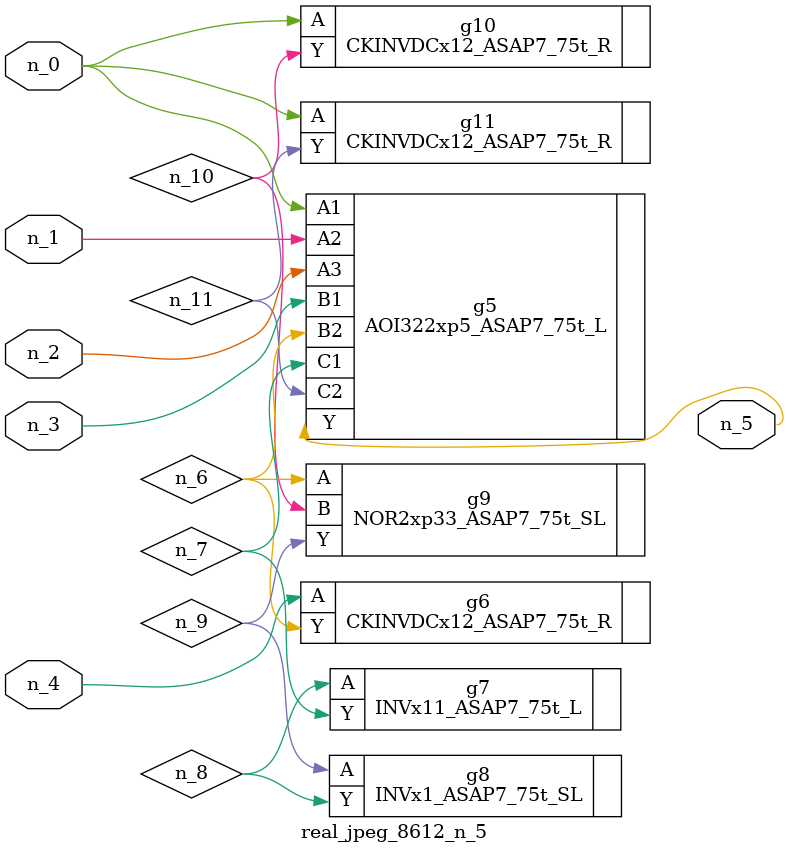
<source format=v>
module real_jpeg_8612_n_5 (n_4, n_0, n_1, n_2, n_3, n_5);

input n_4;
input n_0;
input n_1;
input n_2;
input n_3;

output n_5;

wire n_8;
wire n_11;
wire n_6;
wire n_7;
wire n_10;
wire n_9;

AOI322xp5_ASAP7_75t_L g5 ( 
.A1(n_0),
.A2(n_1),
.A3(n_2),
.B1(n_3),
.B2(n_6),
.C1(n_7),
.C2(n_11),
.Y(n_5)
);

CKINVDCx12_ASAP7_75t_R g10 ( 
.A(n_0),
.Y(n_10)
);

CKINVDCx12_ASAP7_75t_R g11 ( 
.A(n_0),
.Y(n_11)
);

CKINVDCx12_ASAP7_75t_R g6 ( 
.A(n_4),
.Y(n_6)
);

NOR2xp33_ASAP7_75t_SL g9 ( 
.A(n_6),
.B(n_10),
.Y(n_9)
);

INVx11_ASAP7_75t_L g7 ( 
.A(n_8),
.Y(n_7)
);

INVx1_ASAP7_75t_SL g8 ( 
.A(n_9),
.Y(n_8)
);


endmodule
</source>
